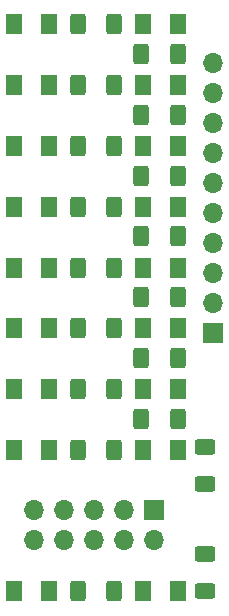
<source format=gbr>
%TF.GenerationSoftware,KiCad,Pcbnew,(6.0.6)*%
%TF.CreationDate,2022-11-26T14:52:17+01:00*%
%TF.ProjectId,wt,77742e6b-6963-4616-945f-706362585858,rev?*%
%TF.SameCoordinates,Original*%
%TF.FileFunction,Soldermask,Top*%
%TF.FilePolarity,Negative*%
%FSLAX46Y46*%
G04 Gerber Fmt 4.6, Leading zero omitted, Abs format (unit mm)*
G04 Created by KiCad (PCBNEW (6.0.6)) date 2022-11-26 14:52:17*
%MOMM*%
%LPD*%
G01*
G04 APERTURE LIST*
G04 Aperture macros list*
%AMRoundRect*
0 Rectangle with rounded corners*
0 $1 Rounding radius*
0 $2 $3 $4 $5 $6 $7 $8 $9 X,Y pos of 4 corners*
0 Add a 4 corners polygon primitive as box body*
4,1,4,$2,$3,$4,$5,$6,$7,$8,$9,$2,$3,0*
0 Add four circle primitives for the rounded corners*
1,1,$1+$1,$2,$3*
1,1,$1+$1,$4,$5*
1,1,$1+$1,$6,$7*
1,1,$1+$1,$8,$9*
0 Add four rect primitives between the rounded corners*
20,1,$1+$1,$2,$3,$4,$5,0*
20,1,$1+$1,$4,$5,$6,$7,0*
20,1,$1+$1,$6,$7,$8,$9,0*
20,1,$1+$1,$8,$9,$2,$3,0*%
G04 Aperture macros list end*
%ADD10RoundRect,0.250000X-0.400000X-0.625000X0.400000X-0.625000X0.400000X0.625000X-0.400000X0.625000X0*%
%ADD11RoundRect,0.250001X-0.462499X-0.624999X0.462499X-0.624999X0.462499X0.624999X-0.462499X0.624999X0*%
%ADD12RoundRect,0.250000X-0.625000X0.400000X-0.625000X-0.400000X0.625000X-0.400000X0.625000X0.400000X0*%
%ADD13RoundRect,0.250000X0.625000X-0.400000X0.625000X0.400000X-0.625000X0.400000X-0.625000X-0.400000X0*%
%ADD14R,1.700000X1.700000*%
%ADD15O,1.700000X1.700000*%
G04 APERTURE END LIST*
D10*
%TO.C,R65*%
X106679400Y-51817630D03*
X109779400Y-51817630D03*
%TD*%
D11*
%TO.C,D11*%
X101280834Y-14138777D03*
X104255834Y-14138777D03*
%TD*%
D10*
%TO.C,R53*%
X106679400Y-24442623D03*
X109779400Y-24442623D03*
%TD*%
D11*
%TO.C,D20*%
X112177500Y-19286554D03*
X115152500Y-19286554D03*
%TD*%
%TO.C,D17*%
X112177500Y-3843223D03*
X115152500Y-3843223D03*
%TD*%
%TO.C,D25*%
X101280834Y-51809338D03*
X104255834Y-51809338D03*
%TD*%
%TO.C,D10*%
X101280834Y-8991000D03*
X104255834Y-8991000D03*
%TD*%
%TO.C,D22*%
X112177500Y-29582108D03*
X115152500Y-29582108D03*
%TD*%
%TO.C,D14*%
X101280834Y-29582108D03*
X104255834Y-29582108D03*
%TD*%
D10*
%TO.C,R54*%
X106679400Y-29590400D03*
X109779400Y-29590400D03*
%TD*%
D11*
%TO.C,D16*%
X101280834Y-39877662D03*
X104255834Y-39877662D03*
%TD*%
%TO.C,D26*%
X112177500Y-51809338D03*
X115152500Y-51809338D03*
%TD*%
D10*
%TO.C,R56*%
X106679400Y-39885954D03*
X109779400Y-39885954D03*
%TD*%
D11*
%TO.C,D18*%
X112177500Y-8991000D03*
X115152500Y-8991000D03*
%TD*%
D10*
%TO.C,R52*%
X106679400Y-19294846D03*
X109779400Y-19294846D03*
%TD*%
%TO.C,R58*%
X112038800Y-11496915D03*
X115138800Y-11496915D03*
%TD*%
D11*
%TO.C,D21*%
X112177500Y-24434331D03*
X115152500Y-24434331D03*
%TD*%
D10*
%TO.C,R55*%
X106679400Y-34738177D03*
X109779400Y-34738177D03*
%TD*%
D11*
%TO.C,D24*%
X112177500Y-39877662D03*
X115152500Y-39877662D03*
%TD*%
%TO.C,D19*%
X112177500Y-14138777D03*
X115152500Y-14138777D03*
%TD*%
D10*
%TO.C,R61*%
X112038800Y-26940246D03*
X115138800Y-26940246D03*
%TD*%
%TO.C,R63*%
X112038800Y-37235800D03*
X115138800Y-37235800D03*
%TD*%
D11*
%TO.C,D15*%
X101280834Y-34729885D03*
X104255834Y-34729885D03*
%TD*%
D10*
%TO.C,R49*%
X106679400Y-3851515D03*
X109779400Y-3851515D03*
%TD*%
%TO.C,R50*%
X106679400Y-8999292D03*
X109779400Y-8999292D03*
%TD*%
%TO.C,R62*%
X112038800Y-32088023D03*
X115138800Y-32088023D03*
%TD*%
%TO.C,R60*%
X112038800Y-21792469D03*
X115138800Y-21792469D03*
%TD*%
D11*
%TO.C,D12*%
X101280834Y-19286554D03*
X104255834Y-19286554D03*
%TD*%
D10*
%TO.C,R51*%
X106679400Y-14147069D03*
X109779400Y-14147069D03*
%TD*%
D11*
%TO.C,D13*%
X101280834Y-24434331D03*
X104255834Y-24434331D03*
%TD*%
D10*
%TO.C,R57*%
X112038800Y-6349138D03*
X115138800Y-6349138D03*
%TD*%
D11*
%TO.C,D9*%
X101280834Y-3843223D03*
X104255834Y-3843223D03*
%TD*%
D12*
%TO.C,R64*%
X117475000Y-39648200D03*
X117475000Y-42748200D03*
%TD*%
D11*
%TO.C,D23*%
X112177500Y-34729885D03*
X115152500Y-34729885D03*
%TD*%
D13*
%TO.C,R66*%
X117449600Y-51790600D03*
X117449600Y-48690600D03*
%TD*%
D10*
%TO.C,R59*%
X112038800Y-16644692D03*
X115138800Y-16644692D03*
%TD*%
D14*
%TO.C,J5*%
X118171200Y-30000000D03*
D15*
X118171200Y-27460000D03*
X118171200Y-24920000D03*
X118171200Y-22380000D03*
X118171200Y-19840000D03*
X118171200Y-17300000D03*
X118171200Y-14760000D03*
X118171200Y-12220000D03*
X118171200Y-9680000D03*
X118171200Y-7140000D03*
%TD*%
D14*
%TO.C,J6*%
X113171200Y-45000000D03*
D15*
X113171200Y-47540000D03*
X110631200Y-45000000D03*
X110631200Y-47540000D03*
X108091200Y-45000000D03*
X108091200Y-47540000D03*
X105551200Y-45000000D03*
X105551200Y-47540000D03*
X103011200Y-45000000D03*
X103011200Y-47540000D03*
%TD*%
M02*

</source>
